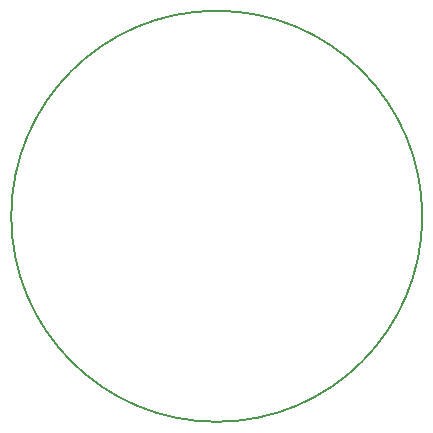
<source format=gbr>
G04 #@! TF.GenerationSoftware,KiCad,Pcbnew,(5.1.2)-2*
G04 #@! TF.CreationDate,2019-08-10T01:37:27-04:00*
G04 #@! TF.ProjectId,toyota-angle-sensor,746f796f-7461-42d6-916e-676c652d7365,rev?*
G04 #@! TF.SameCoordinates,Original*
G04 #@! TF.FileFunction,Profile,NP*
%FSLAX46Y46*%
G04 Gerber Fmt 4.6, Leading zero omitted, Abs format (unit mm)*
G04 Created by KiCad (PCBNEW (5.1.2)-2) date 2019-08-10 01:37:27*
%MOMM*%
%LPD*%
G04 APERTURE LIST*
%ADD10C,0.150000*%
G04 APERTURE END LIST*
D10*
X144400000Y-127000000D02*
G75*
G03X144400000Y-127000000I-17400000J0D01*
G01*
M02*

</source>
